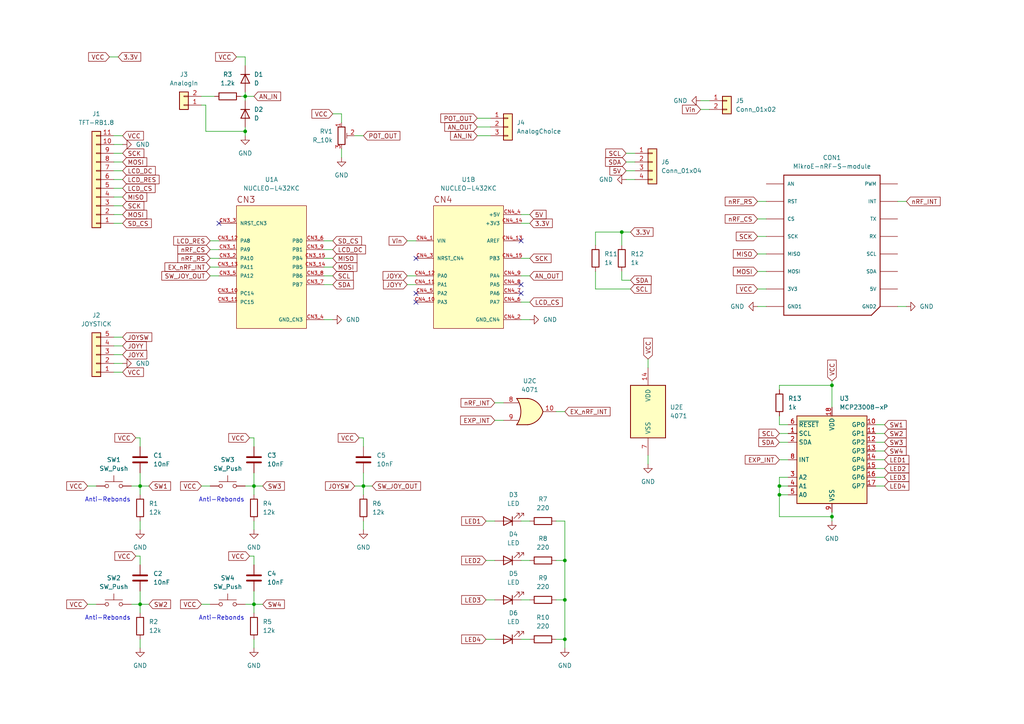
<source format=kicad_sch>
(kicad_sch (version 20231120) (generator "eeschema") (generator_version "8.0")
  (paper "A4")
  (lib_symbols
    (symbol "4xxx:4071" (pin_names (offset 1.016))
      (property "Reference" "U" (at 0 1.27 0))
      (property "Value" "4071" (at 0 -1.27 0))
      (symbol "4071_1_1"
        (pin input line (at -7.62 2.54 0) (length 4.318) (name "~") (number "1"))
        (pin input line (at -7.62 -2.54 0) (length 4.318) (name "~") (number "2"))
        (pin output line (at 7.62 0 180) (length 3.81) (name "~") (number "3"))
      )
      (symbol "4071_1_2"
        (pin input inverted (at -7.62 2.54 0) (length 3.81) (name "~") (number "1"))
        (pin input inverted (at -7.62 -2.54 0) (length 3.81) (name "~") (number "2"))
        (pin output inverted (at 7.62 0 180) (length 3.81) (name "~") (number "3"))
      )
      (symbol "4071_2_1"
        (pin output line (at 7.62 0 180) (length 3.81) (name "~") (number "4"))
        (pin input line (at -7.62 2.54 0) (length 4.318) (name "~") (number "5"))
        (pin input line (at -7.62 -2.54 0) (length 4.318) (name "~") (number "6"))
      )
      (symbol "4071_2_2"
        (pin output inverted (at 7.62 0 180) (length 3.81) (name "~") (number "4"))
        (pin input inverted (at -7.62 2.54 0) (length 3.81) (name "~") (number "5"))
        (pin input inverted (at -7.62 -2.54 0) (length 3.81) (name "~") (number "6"))
      )
      (symbol "4071_3_1"
        (pin output line (at 7.62 0 180) (length 3.81) (name "~") (number "10"))
        (pin input line (at -7.62 2.54 0) (length 4.318) (name "~") (number "8"))
        (pin input line (at -7.62 -2.54 0) (length 4.318) (name "~") (number "9"))
      )
      (symbol "4071_3_2"
        (pin output inverted (at 7.62 0 180) (length 3.81) (name "~") (number "10"))
        (pin input inverted (at -7.62 2.54 0) (length 3.81) (name "~") (number "8"))
        (pin input inverted (at -7.62 -2.54 0) (length 3.81) (name "~") (number "9"))
      )
      (symbol "4071_4_1"
        (pin output line (at 7.62 0 180) (length 3.81) (name "~") (number "11"))
        (pin input line (at -7.62 2.54 0) (length 4.318) (name "~") (number "12"))
        (pin input line (at -7.62 -2.54 0) (length 4.318) (name "~") (number "13"))
      )
      (symbol "4071_4_2"
        (pin output inverted (at 7.62 0 180) (length 3.81) (name "~") (number "11"))
        (pin input inverted (at -7.62 2.54 0) (length 3.81) (name "~") (number "12"))
        (pin input inverted (at -7.62 -2.54 0) (length 3.81) (name "~") (number "13"))
      )
      (symbol "4071_5_0"
        (pin power_in line (at 0 12.7 270) (length 5.08) (name "VDD") (number "14"))
        (pin power_in line (at 0 -12.7 90) (length 5.08) (name "VSS") (number "7"))
      )
    )
    (symbol "Conn_01x02_1" (pin_names (offset 1.016) hide)
      (property "Reference" "J" (at 0 2.54 0))
      (property "Value" "Conn_01x02" (at 0 -5.08 0))
      (symbol "Conn_01x02_1_1_1"
        (pin passive line (at -5.08 0 0) (length 3.81) (name "Pin_1") (number "1"))
        (pin passive line (at -5.08 -2.54 0) (length 3.81) (name "Pin_2") (number "2"))
      )
    )
    (symbol "Connector_Generic:Conn_01x02" (pin_names (offset 1.016) hide)
      (property "Reference" "J" (at 0 2.54 0))
      (property "Value" "Conn_01x02" (at 0 -5.08 0))
      (symbol "Conn_01x02_1_1"
        (pin passive line (at -5.08 0 0) (length 3.81) (name "Pin_1") (number "1"))
        (pin passive line (at -5.08 -2.54 0) (length 3.81) (name "Pin_2") (number "2"))
      )
    )
    (symbol "Connector_Generic:Conn_01x03" (pin_names (offset 1.016) hide)
      (property "Reference" "J" (at 0 5.08 0))
      (property "Value" "Conn_01x03" (at 0 -5.08 0))
      (symbol "Conn_01x03_1_1"
        (pin passive line (at -5.08 2.54 0) (length 3.81) (name "Pin_1") (number "1"))
        (pin passive line (at -5.08 0 0) (length 3.81) (name "Pin_2") (number "2"))
        (pin passive line (at -5.08 -2.54 0) (length 3.81) (name "Pin_3") (number "3"))
      )
    )
    (symbol "Connector_Generic:Conn_01x04" (pin_names (offset 1.016) hide)
      (property "Reference" "J" (at 0 5.08 0))
      (property "Value" "Conn_01x04" (at 0 -7.62 0))
      (symbol "Conn_01x04_1_1"
        (pin passive line (at -5.08 2.54 0) (length 3.81) (name "Pin_1") (number "1"))
        (pin passive line (at -5.08 0 0) (length 3.81) (name "Pin_2") (number "2"))
        (pin passive line (at -5.08 -2.54 0) (length 3.81) (name "Pin_3") (number "3"))
        (pin passive line (at -5.08 -5.08 0) (length 3.81) (name "Pin_4") (number "4"))
      )
    )
    (symbol "Connector_Generic:Conn_01x05" (pin_names (offset 1.016) hide)
      (property "Reference" "J" (at 0 7.62 0))
      (property "Value" "Conn_01x05" (at 0 -7.62 0))
      (symbol "Conn_01x05_1_1"
        (pin passive line (at -5.08 5.08 0) (length 3.81) (name "Pin_1") (number "1"))
        (pin passive line (at -5.08 2.54 0) (length 3.81) (name "Pin_2") (number "2"))
        (pin passive line (at -5.08 0 0) (length 3.81) (name "Pin_3") (number "3"))
        (pin passive line (at -5.08 -2.54 0) (length 3.81) (name "Pin_4") (number "4"))
        (pin passive line (at -5.08 -5.08 0) (length 3.81) (name "Pin_5") (number "5"))
      )
    )
    (symbol "Connector_Generic:Conn_01x11" (pin_names (offset 1.016) hide)
      (property "Reference" "J" (at 0 15.24 0))
      (property "Value" "Conn_01x11" (at 0 -15.24 0))
      (symbol "Conn_01x11_1_1"
        (pin passive line (at -5.08 12.7 0) (length 3.81) (name "Pin_1") (number "1"))
        (pin passive line (at -5.08 -10.16 0) (length 3.81) (name "Pin_10") (number "10"))
        (pin passive line (at -5.08 -12.7 0) (length 3.81) (name "Pin_11") (number "11"))
        (pin passive line (at -5.08 10.16 0) (length 3.81) (name "Pin_2") (number "2"))
        (pin passive line (at -5.08 7.62 0) (length 3.81) (name "Pin_3") (number "3"))
        (pin passive line (at -5.08 5.08 0) (length 3.81) (name "Pin_4") (number "4"))
        (pin passive line (at -5.08 2.54 0) (length 3.81) (name "Pin_5") (number "5"))
        (pin passive line (at -5.08 0 0) (length 3.81) (name "Pin_6") (number "6"))
        (pin passive line (at -5.08 -2.54 0) (length 3.81) (name "Pin_7") (number "7"))
        (pin passive line (at -5.08 -5.08 0) (length 3.81) (name "Pin_8") (number "8"))
        (pin passive line (at -5.08 -7.62 0) (length 3.81) (name "Pin_9") (number "9"))
      )
    )
    (symbol "Device:C" (pin_numbers hide) (pin_names (offset 0.254))
      (property "Reference" "C" (at 0.635 2.54 0))
      (property "Value" "C" (at 0.635 -2.54 0))
      (symbol "C_1_1"
        (pin passive line (at 0 3.81 270) (length 2.794) (name "~") (number "1"))
        (pin passive line (at 0 -3.81 90) (length 2.794) (name "~") (number "2"))
      )
    )
    (symbol "Device:D" (pin_numbers hide) (pin_names (offset 1.016) hide)
      (property "Reference" "D" (at 0 2.54 0))
      (property "Value" "D" (at 0 -2.54 0))
      (symbol "D_1_1"
        (pin passive line (at -3.81 0 0) (length 2.54) (name "K") (number "1"))
        (pin passive line (at 3.81 0 180) (length 2.54) (name "A") (number "2"))
      )
    )
    (symbol "Device:LED" (pin_numbers hide) (pin_names (offset 1.016) hide)
      (property "Reference" "D" (at 0 2.54 0))
      (property "Value" "LED" (at 0 -2.54 0))
      (symbol "LED_1_1"
        (pin passive line (at -3.81 0 0) (length 2.54) (name "K") (number "1"))
        (pin passive line (at 3.81 0 180) (length 2.54) (name "A") (number "2"))
      )
    )
    (symbol "Device:R" (pin_numbers hide) (pin_names (offset 0))
      (property "Reference" "R" (at 2.032 0 90))
      (property "Value" "R" (at 0 0 90))
      (symbol "R_1_1"
        (pin passive line (at 0 3.81 270) (length 1.27) (name "~") (number "1"))
        (pin passive line (at 0 -3.81 90) (length 1.27) (name "~") (number "2"))
      )
    )
    (symbol "Device:R_POT_TRIM" (pin_names (offset 1.016) hide)
      (property "Reference" "RV" (at -4.445 0 90))
      (property "Value" "R_POT_TRIM" (at -2.54 0 90))
      (symbol "R_POT_TRIM_1_1"
        (pin passive line (at 0 3.81 270) (length 1.27) (name "1") (number "1"))
        (pin passive line (at 3.81 0 180) (length 1.27) (name "2") (number "2"))
        (pin passive line (at 0 -3.81 90) (length 1.27) (name "3") (number "3"))
      )
    )
    (symbol "Interface_Expansion:MCP23008-xP"
      (property "Reference" "U" (at -8.89 13.97 0))
      (property "Value" "MCP23008-xP" (at 8.89 13.97 0))
      (symbol "MCP23008-xP_1_1"
        (pin input line (at -12.7 7.62 0) (length 2.54) (name "SCL") (number "1"))
        (pin bidirectional line (at 12.7 10.16 180) (length 2.54) (name "GP0") (number "10"))
        (pin bidirectional line (at 12.7 7.62 180) (length 2.54) (name "GP1") (number "11"))
        (pin bidirectional line (at 12.7 5.08 180) (length 2.54) (name "GP2") (number "12"))
        (pin bidirectional line (at 12.7 2.54 180) (length 2.54) (name "GP3") (number "13"))
        (pin bidirectional line (at 12.7 0 180) (length 2.54) (name "GP4") (number "14"))
        (pin bidirectional line (at 12.7 -2.54 180) (length 2.54) (name "GP5") (number "15"))
        (pin bidirectional line (at 12.7 -5.08 180) (length 2.54) (name "GP6") (number "16"))
        (pin bidirectional line (at 12.7 -7.62 180) (length 2.54) (name "GP7") (number "17"))
        (pin power_in line (at 0 15.24 270) (length 2.54) (name "VDD") (number "18"))
        (pin bidirectional line (at -12.7 5.08 0) (length 2.54) (name "SDA") (number "2"))
        (pin input line (at -12.7 -5.08 0) (length 2.54) (name "A2") (number "3"))
        (pin input line (at -12.7 -7.62 0) (length 2.54) (name "A1") (number "4"))
        (pin input line (at -12.7 -10.16 0) (length 2.54) (name "A0") (number "5"))
        (pin input line (at -12.7 10.16 0) (length 2.54) (name "~{RESET}") (number "6"))
        (pin no_connect line (at -10.16 -2.54 0) (length 2.54) hide (name "NC") (number "7"))
        (pin output line (at -12.7 0 0) (length 2.54) (name "INT") (number "8"))
        (pin power_in line (at 0 -15.24 90) (length 2.54) (name "VSS") (number "9"))
      )
    )
    (symbol "NUCLEO-L432KC:NUCLEO-L432KC" (pin_names (offset 1.016))
      (property "Reference" "U" (at -10.16 21.082 0))
      (property "Value" "NUCLEO-L432KC" (at -10.16 -20.32 0))
      (symbol "NUCLEO-L432KC_1_0"
        (text "CN3" (at -10.16 18.542 0) (effects (font (size 1.778 1.778)) (justify left bottom)))
        (pin bidirectional line (at -15.24 5.08 0) (length 5.08) (name "PA9") (number "CN3_1"))
        (pin bidirectional line (at -15.24 -7.62 0) (length 5.08) (name "PC14") (number "CN3_10"))
        (pin bidirectional line (at -15.24 -10.16 0) (length 5.08) (name "PC15") (number "CN3_11"))
        (pin bidirectional line (at -15.24 7.62 0) (length 5.08) (name "PA8") (number "CN3_12"))
        (pin bidirectional line (at -15.24 0 0) (length 5.08) (name "PA11") (number "CN3_13"))
        (pin bidirectional line (at 15.24 0 180) (length 5.08) (name "PB5") (number "CN3_14"))
        (pin bidirectional line (at 15.24 2.54 180) (length 5.08) (name "PB4") (number "CN3_15"))
        (pin bidirectional line (at -15.24 2.54 0) (length 5.08) (name "PA10") (number "CN3_2"))
        (pin bidirectional line (at -15.24 12.7 0) (length 5.08) (name "NRST_CN3") (number "CN3_3"))
        (pin power_in line (at 15.24 -15.24 180) (length 5.08) (name "GND_CN3") (number "CN3_4"))
        (pin bidirectional line (at -15.24 -2.54 0) (length 5.08) (name "PA12") (number "CN3_5"))
        (pin bidirectional line (at 15.24 7.62 180) (length 5.08) (name "PB0") (number "CN3_6"))
        (pin bidirectional line (at 15.24 -5.08 180) (length 5.08) (name "PB7") (number "CN3_7"))
        (pin bidirectional line (at 15.24 -2.54 180) (length 5.08) (name "PB6") (number "CN3_8"))
        (pin bidirectional line (at 15.24 5.08 180) (length 5.08) (name "PB1") (number "CN3_9"))
      )
      (symbol "NUCLEO-L432KC_2_0"
        (text "CN4" (at -10.16 18.542 0) (effects (font (size 1.778 1.778)) (justify left bottom)))
        (pin input line (at -15.24 7.62 0) (length 5.08) (name "VIN") (number "CN4_1"))
        (pin bidirectional line (at -15.24 -10.16 0) (length 5.08) (name "PA3") (number "CN4_10"))
        (pin bidirectional line (at -15.24 -5.08 0) (length 5.08) (name "PA1") (number "CN4_11"))
        (pin bidirectional line (at -15.24 -2.54 0) (length 5.08) (name "PA0") (number "CN4_12"))
        (pin bidirectional line (at 15.24 7.62 180) (length 5.08) (name "AREF") (number "CN4_13"))
        (pin power_in line (at 15.24 12.7 180) (length 5.08) (name "+3V3") (number "CN4_14"))
        (pin bidirectional line (at 15.24 2.54 180) (length 5.08) (name "PB3") (number "CN4_15"))
        (pin power_in line (at 15.24 -15.24 180) (length 5.08) (name "GND_CN4") (number "CN4_2"))
        (pin bidirectional line (at -15.24 2.54 0) (length 5.08) (name "NRST_CN4") (number "CN4_3"))
        (pin power_in line (at 15.24 15.24 180) (length 5.08) (name "+5V") (number "CN4_4"))
        (pin bidirectional line (at -15.24 -7.62 0) (length 5.08) (name "PA2") (number "CN4_5"))
        (pin bidirectional line (at 15.24 -10.16 180) (length 5.08) (name "PA7") (number "CN4_6"))
        (pin bidirectional line (at 15.24 -7.62 180) (length 5.08) (name "PA6") (number "CN4_7"))
        (pin bidirectional line (at 15.24 -5.08 180) (length 5.08) (name "PA5") (number "CN4_8"))
        (pin bidirectional line (at 15.24 -2.54 180) (length 5.08) (name "PA4") (number "CN4_9"))
      )
    )
    (symbol "Switch:SW_Push" (pin_numbers hide) (pin_names (offset 1.016) hide)
      (property "Reference" "SW" (at 1.27 2.54 0))
      (property "Value" "SW_Push" (at 0 -1.524 0))
      (symbol "SW_Push_0_1"
        (pin passive line (at -5.08 0 0) (length 2.54) (name "1") (number "1"))
        (pin passive line (at 5.08 0 180) (length 2.54) (name "2") (number "2"))
      )
    )
    (symbol "mikroBUS:MIKROBUS_MODULE_CONN" (pin_numbers hide) (pin_names (offset 1.016))
      (property "Reference" "CON" (at 10.16 38.1 0))
      (property "Value" "MIKROBUS_MODULE_CONN" (at 2.54 3.81 0))
      (symbol "MIKROBUS_MODULE_CONN_0_0"
        (pin bidirectional line (at -5.08 38.1 0) (length 5.08) (name "AN") (number "P1"))
        (pin power_in line (at 33.02 7.62 180) (length 5.08) (name "5V") (number "P10"))
        (pin bidirectional line (at 33.02 12.7 180) (length 5.08) (name "SDA") (number "P11"))
        (pin bidirectional line (at 33.02 17.78 180) (length 5.08) (name "SCL") (number "P12"))
        (pin bidirectional line (at 33.02 22.86 180) (length 5.08) (name "RX") (number "P13"))
        (pin bidirectional line (at 33.02 27.94 180) (length 5.08) (name "TX") (number "P14"))
        (pin bidirectional line (at 33.02 33.02 180) (length 5.08) (name "INT") (number "P15"))
        (pin bidirectional line (at 33.02 38.1 180) (length 5.08) (name "PWM") (number "P16"))
        (pin bidirectional line (at -5.08 33.02 0) (length 5.08) (name "RST") (number "P2"))
        (pin bidirectional line (at -5.08 27.94 0) (length 5.08) (name "CS") (number "P3"))
        (pin bidirectional line (at -5.08 22.86 0) (length 5.08) (name "SCK") (number "P4"))
        (pin bidirectional line (at -5.08 17.78 0) (length 5.08) (name "MISO") (number "P5"))
        (pin bidirectional line (at -5.08 12.7 0) (length 5.08) (name "MOSI") (number "P6"))
        (pin power_in line (at -5.08 7.62 0) (length 5.08) (name "3V3") (number "P7"))
        (pin bidirectional line (at -5.08 2.54 0) (length 5.08) (name "GND1") (number "P8"))
        (pin bidirectional line (at 33.02 2.54 180) (length 5.08) (name "GND2") (number "P9"))
      )
    )
    (symbol "power:GND" (power) (pin_names (offset 0))
      (property "Value" "GND" (at 0 -3.81 0))
      (symbol "GND_1_1"
        (pin power_in line (at 0 0 270) (length 0) hide (name "GND") (number "1"))
      )
    )
  )
  (junction (at 163.83 185.42))
  (junction (at 163.83 173.99))
  (junction (at 241.3 149.86))
  (junction (at 71.12 27.94))
  (junction (at 180.34 67.31))
  (junction (at 105.41 140.97))
  (junction (at 71.12 38.1))
  (junction (at 241.3 111.76))
  (junction (at 73.66 140.97))
  (junction (at 73.66 175.26))
  (junction (at 40.64 140.97))
  (junction (at 226.06 143.51))
  (junction (at 40.64 175.26))
  (junction (at 226.06 140.97))
  (junction (at 163.83 162.56))
  (no_connect (at 151.13 69.85))
  (no_connect (at 120.65 74.93))
  (no_connect (at 120.65 85.09))
  (no_connect (at 151.13 85.09))
  (no_connect (at 151.13 82.55))
  (no_connect (at 120.65 87.63))
  (no_connect (at 63.5 64.77))
  (wire (pts (xy 59.69 38.1) (xy 59.69 30.48)))
  (wire (pts (xy 219.71 88.9) (xy 222.25 88.9)))
  (wire (pts (xy 60.96 77.47) (xy 63.5 77.47)))
  (wire (pts (xy 219.71 63.5) (xy 222.25 63.5)))
  (wire (pts (xy 140.97 151.13) (xy 143.51 151.13)))
  (wire (pts (xy 60.96 72.39) (xy 63.5 72.39)))
  (wire (pts (xy 73.66 137.16) (xy 73.66 140.97)))
  (wire (pts (xy 71.12 27.94) (xy 73.66 27.94)))
  (wire (pts (xy 40.64 161.29) (xy 40.64 163.83)))
  (wire (pts (xy 254 125.73) (xy 256.54 125.73)))
  (wire (pts (xy 226.06 111.76) (xy 241.3 111.76)))
  (wire (pts (xy 118.11 80.01) (xy 120.65 80.01)))
  (wire (pts (xy 138.43 39.37) (xy 142.24 39.37)))
  (wire (pts (xy 71.12 38.1) (xy 71.12 39.37)))
  (wire (pts (xy 25.4 140.97) (xy 27.94 140.97)))
  (wire (pts (xy 38.1 140.97) (xy 40.64 140.97)))
  (wire (pts (xy 181.61 49.53) (xy 184.15 49.53)))
  (wire (pts (xy 203.2 29.21) (xy 205.74 29.21)))
  (wire (pts (xy 151.13 151.13) (xy 153.67 151.13)))
  (wire (pts (xy 40.64 171.45) (xy 40.64 175.26)))
  (wire (pts (xy 60.96 74.93) (xy 63.5 74.93)))
  (wire (pts (xy 71.12 38.1) (xy 59.69 38.1)))
  (wire (pts (xy 203.2 31.75) (xy 205.74 31.75)))
  (wire (pts (xy 228.6 123.19) (xy 226.06 123.19)))
  (wire (pts (xy 187.96 104.14) (xy 187.96 106.68)))
  (wire (pts (xy 226.06 128.27) (xy 228.6 128.27)))
  (wire (pts (xy 241.3 111.76) (xy 241.3 110.49)))
  (wire (pts (xy 182.88 83.82) (xy 172.72 83.82)))
  (wire (pts (xy 181.61 52.07) (xy 184.15 52.07)))
  (wire (pts (xy 33.02 57.15) (xy 35.56 57.15)))
  (wire (pts (xy 138.43 34.29) (xy 142.24 34.29)))
  (wire (pts (xy 102.87 140.97) (xy 105.41 140.97)))
  (wire (pts (xy 228.6 138.43) (xy 226.06 138.43)))
  (wire (pts (xy 161.29 151.13) (xy 163.83 151.13)))
  (wire (pts (xy 105.41 137.16) (xy 105.41 140.97)))
  (wire (pts (xy 254 123.19) (xy 256.54 123.19)))
  (wire (pts (xy 181.61 46.99) (xy 184.15 46.99)))
  (wire (pts (xy 40.64 175.26) (xy 40.64 177.8)))
  (wire (pts (xy 226.06 143.51) (xy 228.6 143.51)))
  (wire (pts (xy 140.97 173.99) (xy 143.51 173.99)))
  (wire (pts (xy 151.13 173.99) (xy 153.67 173.99)))
  (wire (pts (xy 33.02 39.37) (xy 35.56 39.37)))
  (wire (pts (xy 33.02 41.91) (xy 35.56 41.91)))
  (wire (pts (xy 143.51 121.92) (xy 146.05 121.92)))
  (wire (pts (xy 73.66 153.67) (xy 73.66 151.13)))
  (wire (pts (xy 138.43 36.83) (xy 142.24 36.83)))
  (wire (pts (xy 33.02 107.95) (xy 35.56 107.95)))
  (wire (pts (xy 226.06 149.86) (xy 241.3 149.86)))
  (wire (pts (xy 71.12 175.26) (xy 73.66 175.26)))
  (wire (pts (xy 60.96 80.01) (xy 63.5 80.01)))
  (wire (pts (xy 180.34 81.28) (xy 180.34 78.74)))
  (wire (pts (xy 254 138.43) (xy 256.54 138.43)))
  (wire (pts (xy 33.02 54.61) (xy 35.56 54.61)))
  (wire (pts (xy 180.34 67.31) (xy 180.34 71.12)))
  (wire (pts (xy 25.4 175.26) (xy 27.94 175.26)))
  (wire (pts (xy 226.06 140.97) (xy 228.6 140.97)))
  (wire (pts (xy 151.13 185.42) (xy 153.67 185.42)))
  (wire (pts (xy 58.42 175.26) (xy 60.96 175.26)))
  (wire (pts (xy 241.3 111.76) (xy 241.3 118.11)))
  (wire (pts (xy 254 133.35) (xy 256.54 133.35)))
  (wire (pts (xy 93.98 74.93) (xy 96.52 74.93)))
  (wire (pts (xy 71.12 19.05) (xy 71.12 16.51)))
  (wire (pts (xy 69.85 27.94) (xy 71.12 27.94)))
  (wire (pts (xy 72.39 161.29) (xy 73.66 161.29)))
  (wire (pts (xy 73.66 127) (xy 73.66 129.54)))
  (wire (pts (xy 33.02 46.99) (xy 35.56 46.99)))
  (wire (pts (xy 71.12 27.94) (xy 71.12 26.67)))
  (wire (pts (xy 33.02 52.07) (xy 35.56 52.07)))
  (wire (pts (xy 58.42 27.94) (xy 62.23 27.94)))
  (wire (pts (xy 181.61 44.45) (xy 184.15 44.45)))
  (wire (pts (xy 73.66 187.96) (xy 73.66 185.42)))
  (wire (pts (xy 226.06 125.73) (xy 228.6 125.73)))
  (wire (pts (xy 40.64 140.97) (xy 43.18 140.97)))
  (wire (pts (xy 226.06 123.19) (xy 226.06 120.65)))
  (wire (pts (xy 105.41 140.97) (xy 105.41 143.51)))
  (wire (pts (xy 226.06 133.35) (xy 228.6 133.35)))
  (wire (pts (xy 143.51 116.84) (xy 146.05 116.84)))
  (wire (pts (xy 172.72 71.12) (xy 172.72 67.31)))
  (wire (pts (xy 40.64 127) (xy 40.64 129.54)))
  (wire (pts (xy 33.02 97.79) (xy 35.56 97.79)))
  (wire (pts (xy 140.97 162.56) (xy 143.51 162.56)))
  (wire (pts (xy 71.12 16.51) (xy 68.58 16.51)))
  (wire (pts (xy 40.64 175.26) (xy 43.18 175.26)))
  (wire (pts (xy 151.13 80.01) (xy 153.67 80.01)))
  (wire (pts (xy 40.64 187.96) (xy 40.64 185.42)))
  (wire (pts (xy 254 135.89) (xy 256.54 135.89)))
  (wire (pts (xy 33.02 102.87) (xy 35.56 102.87)))
  (wire (pts (xy 172.72 83.82) (xy 172.72 78.74)))
  (wire (pts (xy 73.66 175.26) (xy 73.66 177.8)))
  (wire (pts (xy 226.06 138.43) (xy 226.06 140.97)))
  (wire (pts (xy 33.02 100.33) (xy 35.56 100.33)))
  (wire (pts (xy 33.02 44.45) (xy 35.56 44.45)))
  (wire (pts (xy 226.06 143.51) (xy 226.06 149.86)))
  (wire (pts (xy 151.13 162.56) (xy 153.67 162.56)))
  (wire (pts (xy 226.06 140.97) (xy 226.06 143.51)))
  (wire (pts (xy 39.37 127) (xy 40.64 127)))
  (wire (pts (xy 40.64 153.67) (xy 40.64 151.13)))
  (wire (pts (xy 151.13 74.93) (xy 153.67 74.93)))
  (wire (pts (xy 93.98 77.47) (xy 96.52 77.47)))
  (wire (pts (xy 219.71 73.66) (xy 222.25 73.66)))
  (wire (pts (xy 260.35 58.42) (xy 262.89 58.42)))
  (wire (pts (xy 151.13 64.77) (xy 153.67 64.77)))
  (wire (pts (xy 118.11 82.55) (xy 120.65 82.55)))
  (wire (pts (xy 226.06 113.03) (xy 226.06 111.76)))
  (wire (pts (xy 39.37 161.29) (xy 40.64 161.29)))
  (wire (pts (xy 72.39 127) (xy 73.66 127)))
  (wire (pts (xy 254 130.81) (xy 256.54 130.81)))
  (wire (pts (xy 105.41 153.67) (xy 105.41 151.13)))
  (wire (pts (xy 161.29 185.42) (xy 163.83 185.42)))
  (wire (pts (xy 187.96 132.08) (xy 187.96 134.62)))
  (wire (pts (xy 33.02 59.69) (xy 35.56 59.69)))
  (wire (pts (xy 40.64 137.16) (xy 40.64 140.97)))
  (wire (pts (xy 241.3 148.59) (xy 241.3 149.86)))
  (wire (pts (xy 58.42 140.97) (xy 60.96 140.97)))
  (wire (pts (xy 163.83 173.99) (xy 163.83 185.42)))
  (wire (pts (xy 140.97 185.42) (xy 143.51 185.42)))
  (wire (pts (xy 93.98 92.71) (xy 96.52 92.71)))
  (wire (pts (xy 38.1 175.26) (xy 40.64 175.26)))
  (wire (pts (xy 60.96 69.85) (xy 63.5 69.85)))
  (wire (pts (xy 73.66 161.29) (xy 73.66 163.83)))
  (wire (pts (xy 40.64 140.97) (xy 40.64 143.51)))
  (wire (pts (xy 151.13 87.63) (xy 153.67 87.63)))
  (wire (pts (xy 99.06 33.02) (xy 99.06 35.56)))
  (wire (pts (xy 33.02 64.77) (xy 35.56 64.77)))
  (wire (pts (xy 33.02 105.41) (xy 35.56 105.41)))
  (wire (pts (xy 161.29 119.38) (xy 163.83 119.38)))
  (wire (pts (xy 99.06 43.18) (xy 99.06 45.72)))
  (wire (pts (xy 219.71 58.42) (xy 222.25 58.42)))
  (wire (pts (xy 151.13 92.71) (xy 153.67 92.71)))
  (wire (pts (xy 71.12 36.83) (xy 71.12 38.1)))
  (wire (pts (xy 163.83 151.13) (xy 163.83 162.56)))
  (wire (pts (xy 33.02 49.53) (xy 35.56 49.53)))
  (wire (pts (xy 73.66 175.26) (xy 76.2 175.26)))
  (wire (pts (xy 254 140.97) (xy 256.54 140.97)))
  (wire (pts (xy 161.29 162.56) (xy 163.83 162.56)))
  (wire (pts (xy 241.3 149.86) (xy 241.3 151.13)))
  (wire (pts (xy 219.71 83.82) (xy 222.25 83.82)))
  (wire (pts (xy 163.83 185.42) (xy 163.83 187.96)))
  (wire (pts (xy 151.13 62.23) (xy 153.67 62.23)))
  (wire (pts (xy 104.14 127) (xy 105.41 127)))
  (wire (pts (xy 163.83 162.56) (xy 163.83 173.99)))
  (wire (pts (xy 105.41 127) (xy 105.41 129.54)))
  (wire (pts (xy 93.98 80.01) (xy 96.52 80.01)))
  (wire (pts (xy 93.98 82.55) (xy 96.52 82.55)))
  (wire (pts (xy 260.35 88.9) (xy 262.89 88.9)))
  (wire (pts (xy 73.66 171.45) (xy 73.66 175.26)))
  (wire (pts (xy 73.66 140.97) (xy 76.2 140.97)))
  (wire (pts (xy 33.02 62.23) (xy 35.56 62.23)))
  (wire (pts (xy 105.41 140.97) (xy 107.95 140.97)))
  (wire (pts (xy 172.72 67.31) (xy 180.34 67.31)))
  (wire (pts (xy 71.12 140.97) (xy 73.66 140.97)))
  (wire (pts (xy 31.75 16.51) (xy 34.29 16.51)))
  (wire (pts (xy 59.69 30.48) (xy 58.42 30.48)))
  (wire (pts (xy 96.52 33.02) (xy 99.06 33.02)))
  (wire (pts (xy 73.66 140.97) (xy 73.66 143.51)))
  (wire (pts (xy 182.88 67.31) (xy 180.34 67.31)))
  (wire (pts (xy 118.11 69.85) (xy 120.65 69.85)))
  (wire (pts (xy 93.98 69.85) (xy 96.52 69.85)))
  (wire (pts (xy 93.98 72.39) (xy 96.52 72.39)))
  (wire (pts (xy 254 128.27) (xy 256.54 128.27)))
  (wire (pts (xy 102.87 39.37) (xy 105.41 39.37)))
  (wire (pts (xy 182.88 81.28) (xy 180.34 81.28)))
  (wire (pts (xy 219.71 78.74) (xy 222.25 78.74)))
  (wire (pts (xy 161.29 173.99) (xy 163.83 173.99)))
  (wire (pts (xy 71.12 27.94) (xy 71.12 29.21)))
  (wire (pts (xy 219.71 68.58) (xy 222.25 68.58)))
  (text "Anti-Rebonds" (at 64.262 179.324 0) (effects (font (size 1.27 1.27))))
  (text "Anti-Rebonds" (at 64.262 145.034 0) (effects (font (size 1.27 1.27))))
  (text "Anti-Rebonds" (at 31.242 179.324 0) (effects (font (size 1.27 1.27))))
  (text "Anti-Rebonds" (at 31.242 145.034 0) (effects (font (size 1.27 1.27))))
  (global_label "SW2" (shape input) (at 256.54 125.73 0) (property "Intersheetrefs" "${INTERSHEET_REFS}" (effects (hide yes))))
  (global_label "SCL" (shape input) (at 181.61 44.45 180) (property "Intersheetrefs" "${INTERSHEET_REFS}" (effects (hide yes))))
  (global_label "SCL" (shape input) (at 182.88 83.82 0) (property "Intersheetrefs" "${INTERSHEET_REFS}" (effects (hide yes))))
  (global_label "SW_JOY_OUT" (shape input) (at 107.95 140.97 0) (property "Intersheetrefs" "${INTERSHEET_REFS}" (effects (hide yes))))
  (global_label "LED2" (shape input) (at 140.97 162.56 180) (property "Intersheetrefs" "${INTERSHEET_REFS}" (effects (hide yes))))
  (global_label "nRF_RS" (shape input) (at 60.96 74.93 180) (property "Intersheetrefs" "${INTERSHEET_REFS}" (effects (hide yes))))
  (global_label "MISO" (shape input) (at 219.71 73.66 180) (property "Intersheetrefs" "${INTERSHEET_REFS}" (effects (hide yes))))
  (global_label "MISO" (shape input) (at 35.56 57.15 0) (property "Intersheetrefs" "${INTERSHEET_REFS}" (effects (hide yes))))
  (global_label "SCK" (shape input) (at 153.67 74.93 0) (property "Intersheetrefs" "${INTERSHEET_REFS}" (effects (hide yes))))
  (global_label "VCC" (shape input) (at 39.37 127 180) (property "Intersheetrefs" "${INTERSHEET_REFS}" (effects (hide yes))))
  (global_label "SW1" (shape input) (at 43.18 140.97 0) (property "Intersheetrefs" "${INTERSHEET_REFS}" (effects (hide yes))))
  (global_label "VCC" (shape input) (at 31.75 16.51 180) (property "Intersheetrefs" "${INTERSHEET_REFS}" (effects (hide yes))))
  (global_label "MOSI" (shape input) (at 219.71 78.74 180) (property "Intersheetrefs" "${INTERSHEET_REFS}" (effects (hide yes))))
  (global_label "SCK" (shape input) (at 35.56 59.69 0) (property "Intersheetrefs" "${INTERSHEET_REFS}" (effects (hide yes))))
  (global_label "SW4" (shape input) (at 256.54 130.81 0) (property "Intersheetrefs" "${INTERSHEET_REFS}" (effects (hide yes))))
  (global_label "LCD_DC" (shape input) (at 35.56 49.53 0) (property "Intersheetrefs" "${INTERSHEET_REFS}" (effects (hide yes))))
  (global_label "VCC" (shape input) (at 58.42 140.97 180) (property "Intersheetrefs" "${INTERSHEET_REFS}" (effects (hide yes))))
  (global_label "LCD_RES" (shape input) (at 35.56 52.07 0) (property "Intersheetrefs" "${INTERSHEET_REFS}" (effects (hide yes))))
  (global_label "SW3" (shape input) (at 256.54 128.27 0) (property "Intersheetrefs" "${INTERSHEET_REFS}" (effects (hide yes))))
  (global_label "MISO" (shape input) (at 96.52 74.93 0) (property "Intersheetrefs" "${INTERSHEET_REFS}" (effects (hide yes))))
  (global_label "SW1" (shape input) (at 256.54 123.19 0) (property "Intersheetrefs" "${INTERSHEET_REFS}" (effects (hide yes))))
  (global_label "Vin" (shape input) (at 118.11 69.85 180) (property "Intersheetrefs" "${INTERSHEET_REFS}" (effects (hide yes))))
  (global_label "LED4" (shape input) (at 140.97 185.42 180) (property "Intersheetrefs" "${INTERSHEET_REFS}" (effects (hide yes))))
  (global_label "MOSI" (shape input) (at 35.56 46.99 0) (property "Intersheetrefs" "${INTERSHEET_REFS}" (effects (hide yes))))
  (global_label "SDA" (shape input) (at 96.52 82.55 0) (property "Intersheetrefs" "${INTERSHEET_REFS}" (effects (hide yes))))
  (global_label "LED1" (shape input) (at 140.97 151.13 180) (property "Intersheetrefs" "${INTERSHEET_REFS}" (effects (hide yes))))
  (global_label "SCK" (shape input) (at 35.56 44.45 0) (property "Intersheetrefs" "${INTERSHEET_REFS}" (effects (hide yes))))
  (global_label "POT_OUT" (shape input) (at 105.41 39.37 0) (property "Intersheetrefs" "${INTERSHEET_REFS}" (effects (hide yes))))
  (global_label "SD_CS" (shape input) (at 35.56 64.77 0) (property "Intersheetrefs" "${INTERSHEET_REFS}" (effects (hide yes))))
  (global_label "LED1" (shape input) (at 256.54 133.35 0) (property "Intersheetrefs" "${INTERSHEET_REFS}" (effects (hide yes))))
  (global_label "VCC" (shape input) (at 219.71 83.82 180) (property "Intersheetrefs" "${INTERSHEET_REFS}" (effects (hide yes))))
  (global_label "VCC" (shape input) (at 39.37 161.29 180) (property "Intersheetrefs" "${INTERSHEET_REFS}" (effects (hide yes))))
  (global_label "nRF_CS" (shape input) (at 219.71 63.5 180) (property "Intersheetrefs" "${INTERSHEET_REFS}" (effects (hide yes))))
  (global_label "VCC" (shape input) (at 58.42 175.26 180) (property "Intersheetrefs" "${INTERSHEET_REFS}" (effects (hide yes))))
  (global_label "VCC" (shape input) (at 25.4 175.26 180) (property "Intersheetrefs" "${INTERSHEET_REFS}" (effects (hide yes))))
  (global_label "VCC" (shape input) (at 35.56 107.95 0) (property "Intersheetrefs" "${INTERSHEET_REFS}" (effects (hide yes))))
  (global_label "SDA" (shape input) (at 181.61 46.99 180) (property "Intersheetrefs" "${INTERSHEET_REFS}" (effects (hide yes))))
  (global_label "SW2" (shape input) (at 43.18 175.26 0) (property "Intersheetrefs" "${INTERSHEET_REFS}" (effects (hide yes))))
  (global_label "3.3V" (shape input) (at 153.67 64.77 0) (property "Intersheetrefs" "${INTERSHEET_REFS}" (effects (hide yes))))
  (global_label "LCD_CS" (shape input) (at 35.56 54.61 0) (property "Intersheetrefs" "${INTERSHEET_REFS}" (effects (hide yes))))
  (global_label "LED3" (shape input) (at 140.97 173.99 180) (property "Intersheetrefs" "${INTERSHEET_REFS}" (effects (hide yes))))
  (global_label "JOYSW" (shape input) (at 102.87 140.97 180) (property "Intersheetrefs" "${INTERSHEET_REFS}" (effects (hide yes))))
  (global_label "VCC" (shape input) (at 104.14 127 180) (property "Intersheetrefs" "${INTERSHEET_REFS}" (effects (hide yes))))
  (global_label "JOYY" (shape input) (at 118.11 82.55 180) (property "Intersheetrefs" "${INTERSHEET_REFS}" (effects (hide yes))))
  (global_label "AN_IN" (shape input) (at 73.66 27.94 0) (property "Intersheetrefs" "${INTERSHEET_REFS}" (effects (hide yes))))
  (global_label "AN_OUT" (shape input) (at 153.67 80.01 0) (property "Intersheetrefs" "${INTERSHEET_REFS}" (effects (hide yes))))
  (global_label "LED4" (shape input) (at 256.54 140.97 0) (property "Intersheetrefs" "${INTERSHEET_REFS}" (effects (hide yes))))
  (global_label "LED3" (shape input) (at 256.54 138.43 0) (property "Intersheetrefs" "${INTERSHEET_REFS}" (effects (hide yes))))
  (global_label "VCC" (shape input) (at 35.56 39.37 0) (property "Intersheetrefs" "${INTERSHEET_REFS}" (effects (hide yes))))
  (global_label "MOSI" (shape input) (at 96.52 77.47 0) (property "Intersheetrefs" "${INTERSHEET_REFS}" (effects (hide yes))))
  (global_label "nRF_INT" (shape input) (at 262.89 58.42 0) (property "Intersheetrefs" "${INTERSHEET_REFS}" (effects (hide yes))))
  (global_label "AN_OUT" (shape input) (at 138.43 36.83 180) (property "Intersheetrefs" "${INTERSHEET_REFS}" (effects (hide yes))))
  (global_label "SCK" (shape input) (at 219.71 68.58 180) (property "Intersheetrefs" "${INTERSHEET_REFS}" (effects (hide yes))))
  (global_label "5V" (shape input) (at 181.61 49.53 180) (property "Intersheetrefs" "${INTERSHEET_REFS}" (effects (hide yes))))
  (global_label "EX_nRF_INT" (shape input) (at 60.96 77.47 180) (property "Intersheetrefs" "${INTERSHEET_REFS}" (effects (hide yes))))
  (global_label "LED2" (shape input) (at 256.54 135.89 0) (property "Intersheetrefs" "${INTERSHEET_REFS}" (effects (hide yes))))
  (global_label "Vin" (shape input) (at 203.2 31.75 180) (property "Intersheetrefs" "${INTERSHEET_REFS}" (effects (hide yes))))
  (global_label "VCC" (shape input) (at 68.58 16.51 180) (property "Intersheetrefs" "${INTERSHEET_REFS}" (effects (hide yes))))
  (global_label "JOYY" (shape input) (at 35.56 100.33 0) (property "Intersheetrefs" "${INTERSHEET_REFS}" (effects (hide yes))))
  (global_label "5V" (shape input) (at 153.67 62.23 0) (property "Intersheetrefs" "${INTERSHEET_REFS}" (effects (hide yes))))
  (global_label "SCL" (shape input) (at 226.06 125.73 180) (property "Intersheetrefs" "${INTERSHEET_REFS}" (effects (hide yes))))
  (global_label "3.3V" (shape input) (at 182.88 67.31 0) (property "Intersheetrefs" "${INTERSHEET_REFS}" (effects (hide yes))))
  (global_label "SCL" (shape input) (at 96.52 80.01 0) (property "Intersheetrefs" "${INTERSHEET_REFS}" (effects (hide yes))))
  (global_label "LCD_RES" (shape input) (at 60.96 69.85 180) (property "Intersheetrefs" "${INTERSHEET_REFS}" (effects (hide yes))))
  (global_label "EXP_INT" (shape input) (at 226.06 133.35 180) (property "Intersheetrefs" "${INTERSHEET_REFS}" (effects (hide yes))))
  (global_label "SW_JOY_OUT" (shape input) (at 60.96 80.01 180) (property "Intersheetrefs" "${INTERSHEET_REFS}" (effects (hide yes))))
  (global_label "JOYX" (shape input) (at 35.56 102.87 0) (property "Intersheetrefs" "${INTERSHEET_REFS}" (effects (hide yes))))
  (global_label "SW3" (shape input) (at 76.2 140.97 0) (property "Intersheetrefs" "${INTERSHEET_REFS}" (effects (hide yes))))
  (global_label "nRF_CS" (shape input) (at 60.96 72.39 180) (property "Intersheetrefs" "${INTERSHEET_REFS}" (effects (hide yes))))
  (global_label "AN_IN" (shape input) (at 138.43 39.37 180) (property "Intersheetrefs" "${INTERSHEET_REFS}" (effects (hide yes))))
  (global_label "VCC" (shape input) (at 187.96 104.14 90) (property "Intersheetrefs" "${INTERSHEET_REFS}" (effects (hide yes))))
  (global_label "POT_OUT" (shape input) (at 138.43 34.29 180) (property "Intersheetrefs" "${INTERSHEET_REFS}" (effects (hide yes))))
  (global_label "EXP_INT" (shape input) (at 143.51 121.92 180) (property "Intersheetrefs" "${INTERSHEET_REFS}" (effects (hide yes))))
  (global_label "LCD_CS" (shape input) (at 153.67 87.63 0) (property "Intersheetrefs" "${INTERSHEET_REFS}" (effects (hide yes))))
  (global_label "EX_nRF_INT" (shape input) (at 163.83 119.38 0) (property "Intersheetrefs" "${INTERSHEET_REFS}" (effects (hide yes))))
  (global_label "JOYX" (shape input) (at 118.11 80.01 180) (property "Intersheetrefs" "${INTERSHEET_REFS}" (effects (hide yes))))
  (global_label "SDA" (shape input) (at 226.06 128.27 180) (property "Intersheetrefs" "${INTERSHEET_REFS}" (effects (hide yes))))
  (global_label "nRF_RS" (shape input) (at 219.71 58.42 180) (property "Intersheetrefs" "${INTERSHEET_REFS}" (effects (hide yes))))
  (global_label "SD_CS" (shape input) (at 96.52 69.85 0) (property "Intersheetrefs" "${INTERSHEET_REFS}" (effects (hide yes))))
  (global_label "VCC" (shape input) (at 72.39 127 180) (property "Intersheetrefs" "${INTERSHEET_REFS}" (effects (hide yes))))
  (global_label "SDA" (shape input) (at 182.88 81.28 0) (property "Intersheetrefs" "${INTERSHEET_REFS}" (effects (hide yes))))
  (global_label "SW4" (shape input) (at 76.2 175.26 0) (property "Intersheetrefs" "${INTERSHEET_REFS}" (effects (hide yes))))
  (global_label "JOYSW" (shape input) (at 35.56 97.79 0) (property "Intersheetrefs" "${INTERSHEET_REFS}" (effects (hide yes))))
  (global_label "VCC" (shape input) (at 72.39 161.29 180) (property "Intersheetrefs" "${INTERSHEET_REFS}" (effects (hide yes))))
  (global_label "3.3V" (shape input) (at 34.29 16.51 0) (property "Intersheetrefs" "${INTERSHEET_REFS}" (effects (hide yes))))
  (global_label "VCC" (shape input) (at 241.3 110.49 90) (property "Intersheetrefs" "${INTERSHEET_REFS}" (effects (hide yes))))
  (global_label "nRF_INT" (shape input) (at 143.51 116.84 180) (property "Intersheetrefs" "${INTERSHEET_REFS}" (effects (hide yes))))
  (global_label "VCC" (shape input) (at 25.4 140.97 180) (property "Intersheetrefs" "${INTERSHEET_REFS}" (effects (hide yes))))
  (global_label "MOSI" (shape input) (at 35.56 62.23 0) (property "Intersheetrefs" "${INTERSHEET_REFS}" (effects (hide yes))))
  (global_label "VCC" (shape input) (at 96.52 33.02 180) (property "Intersheetrefs" "${INTERSHEET_REFS}" (effects (hide yes))))
  (global_label "LCD_DC" (shape input) (at 96.52 72.39 0) (property "Intersheetrefs" "${INTERSHEET_REFS}" (effects (hide yes))))
  (symbol (lib_id "Switch:SW_Push") (at 33.02 175.26 0) (unit 1)
    (property "Reference" "SW2" (at 33.02 167.64 0))
    (property "Value" "SW_Push" (at 33.02 170.18 0))
    (property "Footprint" "LEnsE_devices:Switch" (effects (hide yes)))
    (property "Description" "Push button switch, generic, two pins" (effects (hide yes)))
  )
  (symbol (lib_id "Connector_Generic:Conn_01x03") (at 147.32 36.83 0) (unit 1)
    (property "Reference" "J4" (at 149.86 35.5599 0) (effects (justify left)))
    (property "Value" "AnalogChoice" (at 149.86 38.0999 0) (effects (justify left)))
    (property "Footprint" "Connector_PinHeader_2.54mm:PinHeader_1x03_P2.54mm_Horizontal" (effects (hide yes)))
    (property "Description" "Generic connector, single row, 01x03, script generated (kicad-library-utils/schlib/autogen/connector/)" (effects (hide yes)))
  )
  (symbol (lib_id "NUCLEO-L432KC:NUCLEO-L432KC") (at 135.89 77.47 0) (unit 2)
    (property "Reference" "U1" (at 135.89 52.07 0))
    (property "Value" "NUCLEO-L432KC" (at 135.89 54.61 0))
    (property "Footprint" "NUCLEO_L432KC:MODULE_NUCLEO-L432KC" (effects (hide yes)))
    (property "PARTREV" "N/A" (effects (hide yes)))
    (property "STANDARD" "Manufacturer Recommendations" (effects (hide yes)))
    (property "MAXIMUM_PACKAGE_HEIGHT" "N/A" (effects (hide yes)))
    (property "MANUFACTURER" "ST Microelectronics" (effects (hide yes)))
  )
  (symbol (lib_id "power:GND") (at 96.52 92.71 90) (unit 1)
    (property "Reference" "#PWR08" (effects (hide yes)))
    (property "Value" "GND" (at 100.33 92.7099 90) (effects (justify right)))
    (property "Description" "Power symbol creates a global label with name \"GND\" , ground" (effects (hide yes)))
  )
  (symbol (lib_id "power:GND") (at 40.64 187.96 0) (unit 1)
    (property "Reference" "#PWR04" (effects (hide yes)))
    (property "Value" "GND" (at 40.64 193.04 0))
    (property "Description" "Power symbol creates a global label with name \"GND\" , ground" (effects (hide yes)))
  )
  (symbol (lib_id "Device:R") (at 73.66 147.32 0) (unit 1)
    (property "Reference" "R4" (at 76.2 146.0499 0) (effects (justify left)))
    (property "Value" "12k" (at 76.2 148.5899 0) (effects (justify left)))
    (property "Footprint" "Resistor_THT:R_Axial_DIN0207_L6.3mm_D2.5mm_P10.16mm_Horizontal" (effects (hide yes)))
    (property "Description" "Resistor" (effects (hide yes)))
  )
  (symbol (lib_id "power:GND") (at 203.2 29.21 270) (unit 1)
    (property "Reference" "#PWR017" (effects (hide yes)))
    (property "Value" "GND" (at 199.39 29.2099 90) (effects (justify right)))
    (property "Description" "Power symbol creates a global label with name \"GND\" , ground" (effects (hide yes)))
  )
  (symbol (lib_id "Device:R_POT_TRIM") (at 99.06 39.37 0) (unit 1)
    (property "Reference" "RV1" (at 96.52 38.0999 0) (effects (justify right)))
    (property "Value" "R_10k" (at 96.52 40.6399 0) (effects (justify right)))
    (property "Footprint" "Potentiometer_THT:Potentiometer_Vishay_T73YP_Vertical" (effects (hide yes)))
    (property "Description" "Trim-potentiometer" (effects (hide yes)))
  )
  (symbol (lib_id "Device:C") (at 40.64 167.64 0) (unit 1)
    (property "Reference" "C2" (at 44.45 166.3699 0) (effects (justify left)))
    (property "Value" "10nF" (at 44.45 168.9099 0) (effects (justify left)))
    (property "Footprint" "Capacitor_THT:C_Rect_L7.0mm_W3.5mm_P5.00mm" (effects (hide yes)))
    (property "Description" "Unpolarized capacitor" (effects (hide yes)))
  )
  (symbol (lib_id "power:GND") (at 99.06 45.72 0) (unit 1)
    (property "Reference" "#PWR09" (effects (hide yes)))
    (property "Value" "GND" (at 99.06 50.8 0))
    (property "Description" "Power symbol creates a global label with name \"GND\" , ground" (effects (hide yes)))
  )
  (symbol (lib_id "power:GND") (at 153.67 92.71 90) (unit 1)
    (property "Reference" "#PWR011" (effects (hide yes)))
    (property "Value" "GND" (at 157.48 92.7099 90) (effects (justify right)))
    (property "Description" "Power symbol creates a global label with name \"GND\" , ground" (effects (hide yes)))
  )
  (symbol (lib_id "power:GND") (at 163.83 187.96 0) (unit 1)
    (property "Reference" "#PWR012" (effects (hide yes)))
    (property "Value" "GND" (at 163.83 193.04 0))
    (property "Description" "Power symbol creates a global label with name \"GND\" , ground" (effects (hide yes)))
  )
  (symbol (lib_id "power:GND") (at 73.66 153.67 0) (unit 1)
    (property "Reference" "#PWR06" (effects (hide yes)))
    (property "Value" "GND" (at 73.66 158.75 0))
    (property "Description" "Power symbol creates a global label with name \"GND\" , ground" (effects (hide yes)))
  )
  (symbol (lib_id "Device:R") (at 157.48 173.99 90) (unit 1)
    (property "Reference" "R9" (at 157.48 167.64 90))
    (property "Value" "220" (at 157.48 170.18 90))
    (property "Footprint" "Resistor_THT:R_Axial_DIN0207_L6.3mm_D2.5mm_P10.16mm_Horizontal" (effects (hide yes)))
    (property "Description" "Resistor" (effects (hide yes)))
  )
  (symbol (lib_id "Device:LED") (at 147.32 162.56 180) (unit 1)
    (property "Reference" "D4" (at 148.9075 154.94 0))
    (property "Value" "LED" (at 148.9075 157.48 0))
    (property "Footprint" "LED_THT:LED_D3.0mm_Clear" (effects (hide yes)))
    (property "Description" "Light emitting diode" (effects (hide yes)))
  )
  (symbol (lib_id "Connector_Generic:Conn_01x11") (at 27.94 52.07 180) (unit 1)
    (property "Reference" "J1" (at 27.94 33.02 0))
    (property "Value" "TFT-RB1.8" (at 27.94 35.56 0))
    (property "Footprint" "Connector_PinSocket_2.54mm:PinSocket_1x11_P2.54mm_Horizontal" (effects (hide yes)))
    (property "Description" "Generic connector, single row, 01x11, script generated (kicad-library-utils/schlib/autogen/connector/)" (effects (hide yes)))
  )
  (symbol (lib_id "Device:LED") (at 147.32 185.42 180) (unit 1)
    (property "Reference" "D6" (at 148.9075 177.8 0))
    (property "Value" "LED" (at 148.9075 180.34 0))
    (property "Footprint" "LED_THT:LED_D3.0mm_Clear" (effects (hide yes)))
    (property "Description" "Light emitting diode" (effects (hide yes)))
  )
  (symbol (lib_id "Device:R") (at 157.48 162.56 90) (unit 1)
    (property "Reference" "R8" (at 157.48 156.21 90))
    (property "Value" "220" (at 157.48 158.75 90))
    (property "Footprint" "Resistor_THT:R_Axial_DIN0207_L6.3mm_D2.5mm_P10.16mm_Horizontal" (effects (hide yes)))
    (property "Description" "Resistor" (effects (hide yes)))
  )
  (symbol (lib_id "Device:R") (at 157.48 151.13 90) (unit 1)
    (property "Reference" "R7" (at 157.48 144.78 90))
    (property "Value" "220" (at 157.48 147.32 90))
    (property "Footprint" "Resistor_THT:R_Axial_DIN0207_L6.3mm_D2.5mm_P10.16mm_Horizontal" (effects (hide yes)))
    (property "Description" "Resistor" (effects (hide yes)))
  )
  (symbol (lib_id "Device:LED") (at 147.32 173.99 180) (unit 1)
    (property "Reference" "D5" (at 148.9075 166.37 0))
    (property "Value" "LED" (at 148.9075 168.91 0))
    (property "Footprint" "LED_THT:LED_D3.0mm_Clear" (effects (hide yes)))
    (property "Description" "Light emitting diode" (effects (hide yes)))
  )
  (symbol (lib_id "Device:C") (at 73.66 167.64 0) (unit 1)
    (property "Reference" "C4" (at 77.47 166.3699 0) (effects (justify left)))
    (property "Value" "10nF" (at 77.47 168.9099 0) (effects (justify left)))
    (property "Footprint" "Capacitor_THT:C_Rect_L7.0mm_W3.5mm_P5.00mm" (effects (hide yes)))
    (property "Description" "Unpolarized capacitor" (effects (hide yes)))
  )
  (symbol (lib_id "power:GND") (at 105.41 153.67 0) (unit 1)
    (property "Reference" "#PWR010" (effects (hide yes)))
    (property "Value" "GND" (at 105.41 158.75 0))
    (property "Description" "Power symbol creates a global label with name \"GND\" , ground" (effects (hide yes)))
  )
  (symbol (lib_id "Connector_Generic:Conn_01x02") (at 53.34 30.48 180) (unit 1)
    (property "Reference" "J3" (at 53.34 21.59 0))
    (property "Value" "AnalogIn" (at 53.34 24.13 0))
    (property "Footprint" "Connector_PinSocket_2.54mm:PinSocket_1x02_P2.54mm_Horizontal" (effects (hide yes)))
    (property "Description" "Generic connector, single row, 01x02, script generated (kicad-library-utils/schlib/autogen/connector/)" (effects (hide yes)))
  )
  (symbol (lib_id "Connector_Generic:Conn_01x04") (at 189.23 46.99 0) (unit 1)
    (property "Reference" "J6" (at 191.77 46.9899 0) (effects (justify left)))
    (property "Value" "Conn_01x04" (at 191.77 49.5299 0) (effects (justify left)))
    (property "Footprint" "Connector_PinHeader_2.54mm:PinHeader_1x04_P2.54mm_Horizontal" (effects (hide yes)))
    (property "Description" "Generic connector, single row, 01x04, script generated (kicad-library-utils/schlib/autogen/connector/)" (effects (hide yes)))
  )
  (symbol (lib_id "power:GND") (at 35.56 105.41 90) (unit 1)
    (property "Reference" "#PWR02" (effects (hide yes)))
    (property "Value" "GND" (at 39.37 105.4099 90) (effects (justify right)))
    (property "Description" "Power symbol creates a global label with name \"GND\" , ground" (effects (hide yes)))
  )
  (symbol (lib_id "Device:R") (at 40.64 181.61 0) (unit 1)
    (property "Reference" "R2" (at 43.18 180.3399 0) (effects (justify left)))
    (property "Value" "12k" (at 43.18 182.8799 0) (effects (justify left)))
    (property "Footprint" "Resistor_THT:R_Axial_DIN0207_L6.3mm_D2.5mm_P10.16mm_Horizontal" (effects (hide yes)))
    (property "Description" "Resistor" (effects (hide yes)))
  )
  (symbol (lib_id "power:GND") (at 219.71 88.9 270) (unit 1)
    (property "Reference" "#PWR014" (effects (hide yes)))
    (property "Value" "GND" (at 215.9 88.8999 90) (effects (justify right)))
    (property "Description" "Power symbol creates a global label with name \"GND\" , ground" (effects (hide yes)))
  )
  (symbol (lib_id "Switch:SW_Push") (at 66.04 175.26 0) (unit 1)
    (property "Reference" "SW4" (at 66.04 167.64 0))
    (property "Value" "SW_Push" (at 66.04 170.18 0))
    (property "Footprint" "LEnsE_devices:Switch" (effects (hide yes)))
    (property "Description" "Push button switch, generic, two pins" (effects (hide yes)))
  )
  (symbol (lib_id "Device:R") (at 40.64 147.32 0) (unit 1)
    (property "Reference" "R1" (at 43.18 146.0499 0) (effects (justify left)))
    (property "Value" "12k" (at 43.18 148.5899 0) (effects (justify left)))
    (property "Footprint" "Resistor_THT:R_Axial_DIN0207_L6.3mm_D2.5mm_P10.16mm_Horizontal" (effects (hide yes)))
    (property "Description" "Resistor" (effects (hide yes)))
  )
  (symbol (lib_id "power:GND") (at 71.12 39.37 0) (unit 1)
    (property "Reference" "#PWR05" (effects (hide yes)))
    (property "Value" "GND" (at 71.12 44.45 0))
    (property "Description" "Power symbol creates a global label with name \"GND\" , ground" (effects (hide yes)))
  )
  (symbol (lib_id "Device:D") (at 71.12 33.02 270) (unit 1)
    (property "Reference" "D2" (at 73.66 31.7499 90) (effects (justify left)))
    (property "Value" "D" (at 73.66 34.2899 90) (effects (justify left)))
    (property "Footprint" "Diode_THT:D_DO-35_SOD27_P7.62mm_Horizontal" (effects (hide yes)))
    (property "Description" "Diode" (effects (hide yes)))
  )
  (symbol (lib_id "Device:C") (at 40.64 133.35 0) (unit 1)
    (property "Reference" "C1" (at 44.45 132.0799 0) (effects (justify left)))
    (property "Value" "10nF" (at 44.45 134.6199 0) (effects (justify left)))
    (property "Footprint" "Capacitor_THT:C_Rect_L7.0mm_W3.5mm_P5.00mm" (effects (hide yes)))
    (property "Description" "Unpolarized capacitor" (effects (hide yes)))
  )
  (symbol (lib_id "Device:R") (at 180.34 74.93 0) (unit 1)
    (property "Reference" "R12" (at 182.88 73.6599 0) (effects (justify left)))
    (property "Value" "1k" (at 182.88 76.1999 0) (effects (justify left)))
    (property "Footprint" "Resistor_THT:R_Axial_DIN0207_L6.3mm_D2.5mm_P10.16mm_Horizontal" (effects (hide yes)))
    (property "Description" "Resistor" (effects (hide yes)))
  )
  (symbol (lib_id "Device:R") (at 172.72 74.93 0) (unit 1)
    (property "Reference" "R11" (at 175.26 73.6599 0) (effects (justify left)))
    (property "Value" "1k" (at 175.26 76.1999 0) (effects (justify left)))
    (property "Footprint" "Resistor_THT:R_Axial_DIN0207_L6.3mm_D2.5mm_P10.16mm_Horizontal" (effects (hide yes)))
    (property "Description" "Resistor" (effects (hide yes)))
  )
  (symbol (lib_id "Device:R") (at 73.66 181.61 0) (unit 1)
    (property "Reference" "R5" (at 76.2 180.3399 0) (effects (justify left)))
    (property "Value" "12k" (at 76.2 182.8799 0) (effects (justify left)))
    (property "Footprint" "Resistor_THT:R_Axial_DIN0207_L6.3mm_D2.5mm_P10.16mm_Horizontal" (effects (hide yes)))
    (property "Description" "Resistor" (effects (hide yes)))
  )
  (symbol (lib_id "Device:C") (at 73.66 133.35 0) (unit 1)
    (property "Reference" "C3" (at 77.47 132.0799 0) (effects (justify left)))
    (property "Value" "10nF" (at 77.47 134.6199 0) (effects (justify left)))
    (property "Footprint" "Capacitor_THT:C_Rect_L7.0mm_W3.5mm_P5.00mm" (effects (hide yes)))
    (property "Description" "Unpolarized capacitor" (effects (hide yes)))
  )
  (symbol (lib_id "power:GND") (at 262.89 88.9 90) (unit 1)
    (property "Reference" "#PWR016" (effects (hide yes)))
    (property "Value" "GND" (at 266.7 88.8999 90) (effects (justify right)))
    (property "Description" "Power symbol creates a global label with name \"GND\" , ground" (effects (hide yes)))
  )
  (symbol (lib_id "Device:R") (at 105.41 147.32 0) (unit 1)
    (property "Reference" "R6" (at 107.95 146.0499 0) (effects (justify left)))
    (property "Value" "12k" (at 107.95 148.5899 0) (effects (justify left)))
    (property "Footprint" "Resistor_THT:R_Axial_DIN0207_L6.3mm_D2.5mm_P10.16mm_Horizontal" (effects (hide yes)))
    (property "Description" "Resistor" (effects (hide yes)))
  )
  (symbol (lib_id "power:GND") (at 241.3 151.13 0) (unit 1)
    (property "Reference" "#PWR015" (effects (hide yes)))
    (property "Value" "GND" (at 241.3 156.21 0))
    (property "Description" "Power symbol creates a global label with name \"GND\" , ground" (effects (hide yes)))
  )
  (symbol (lib_id "NUCLEO-L432KC:NUCLEO-L432KC") (at 78.74 77.47 0) (unit 1)
    (property "Reference" "U1" (at 78.74 52.07 0))
    (property "Value" "NUCLEO-L432KC" (at 78.74 54.61 0))
    (property "Footprint" "NUCLEO_L432KC:MODULE_NUCLEO-L432KC" (effects (hide yes)))
    (property "PARTREV" "N/A" (effects (hide yes)))
    (property "STANDARD" "Manufacturer Recommendations" (effects (hide yes)))
    (property "MAXIMUM_PACKAGE_HEIGHT" "N/A" (effects (hide yes)))
    (property "MANUFACTURER" "ST Microelectronics" (effects (hide yes)))
  )
  (symbol (lib_name "Conn_01x02_1") (lib_id "Connector_Generic:Conn_01x02") (at 210.82 29.21 0) (unit 1)
    (property "Reference" "J5" (at 213.36 29.2099 0) (effects (justify left)))
    (property "Value" "Conn_01x02" (at 213.36 31.7499 0) (effects (justify left)))
    (property "Footprint" "TerminalBlock_Phoenix:TerminalBlock_Phoenix_PT-1,5-2-5.0-H_1x02_P5.00mm_Horizontal" (effects (hide yes)))
    (property "Description" "Generic connector, single row, 01x02, script generated (kicad-library-utils/schlib/autogen/connector/)" (effects (hide yes)))
  )
  (symbol (lib_id "Switch:SW_Push") (at 33.02 140.97 0) (unit 1)
    (property "Reference" "SW1" (at 33.02 133.35 0))
    (property "Value" "SW_Push" (at 33.02 135.89 0))
    (property "Footprint" "LEnsE_devices:Switch" (effects (hide yes)))
    (property "Description" "Push button switch, generic, two pins" (effects (hide yes)))
  )
  (symbol (lib_id "Device:D") (at 71.12 22.86 270) (unit 1)
    (property "Reference" "D1" (at 73.66 21.5899 90) (effects (justify left)))
    (property "Value" "D" (at 73.66 24.1299 90) (effects (justify left)))
    (property "Footprint" "Diode_THT:D_DO-35_SOD27_P7.62mm_Horizontal" (effects (hide yes)))
    (property "Description" "Diode" (effects (hide yes)))
  )
  (symbol (lib_id "power:GND") (at 181.61 52.07 270) (unit 1)
    (property "Reference" "#PWR018" (effects (hide yes)))
    (property "Value" "GND" (at 177.8 52.0699 90) (effects (justify right)))
    (property "Description" "Power symbol creates a global label with name \"GND\" , ground" (effects (hide yes)))
  )
  (symbol (lib_id "power:GND") (at 187.96 134.62 0) (unit 1)
    (property "Reference" "#PWR013" (effects (hide yes)))
    (property "Value" "GND" (at 187.96 139.7 0))
    (property "Description" "Power symbol creates a global label with name \"GND\" , ground" (effects (hide yes)))
  )
  (symbol (lib_id "power:GND") (at 35.56 41.91 90) (unit 1)
    (property "Reference" "#PWR01" (effects (hide yes)))
    (property "Value" "GND" (at 39.37 41.9099 90) (effects (justify right)))
    (property "Description" "Power symbol creates a global label with name \"GND\" , ground" (effects (hide yes)))
  )
  (symbol (lib_id "power:GND") (at 73.66 187.96 0) (unit 1)
    (property "Reference" "#PWR07" (effects (hide yes)))
    (property "Value" "GND" (at 73.66 193.04 0))
    (property "Description" "Power symbol creates a global label with name \"GND\" , ground" (effects (hide yes)))
  )
  (symbol (lib_id "power:GND") (at 40.64 153.67 0) (unit 1)
    (property "Reference" "#PWR03" (effects (hide yes)))
    (property "Value" "GND" (at 40.64 158.75 0))
    (property "Description" "Power symbol creates a global label with name \"GND\" , ground" (effects (hide yes)))
  )
  (symbol (lib_id "Interface_Expansion:MCP23008-xP") (at 241.3 133.35 0) (unit 1)
    (property "Reference" "U3" (at 243.4941 115.57 0) (effects (justify left)))
    (property "Value" "MCP23008-xP" (at 243.4941 118.11 0) (effects (justify left)))
    (property "Footprint" "Package_DIP:DIP-18_W7.62mm" (effects (hide yes)))
    (property "Datasheet" "http://ww1.microchip.com/downloads/en/DeviceDoc/MCP23008-MCP23S08-Data-Sheet-20001919F.pdf" (effects (hide yes)))
    (property "Description" "8-bit I/O expander, I2C, interrupts, PDIP-18" (effects (hide yes)))
  )
  (symbol (lib_id "4xxx:4071") (at 187.96 119.38 0) (unit 5)
    (property "Reference" "U2" (at 194.31 118.1099 0) (effects (justify left)))
    (property "Value" "4071" (at 194.31 120.6499 0) (effects (justify left)))
    (property "Footprint" "Package_DIP:DIP-14_W7.62mm_Socket_LongPads" (effects (hide yes)))
    (property "Datasheet" "http://www.intersil.com/content/dam/Intersil/documents/cd40/cd4071bms-72bms-75bms.pdf" (effects (hide yes)))
    (property "Description" "Quad Or 2 inputs" (effects (hide yes)))
  )
  (symbol (lib_id "4xxx:4071") (at 153.67 119.38 0) (unit 3)
    (property "Reference" "U2" (at 153.67 110.49 0))
    (property "Value" "4071" (at 153.67 113.03 0))
    (property "Footprint" "Package_DIP:DIP-14_W7.62mm_Socket_LongPads" (effects (hide yes)))
    (property "Datasheet" "http://www.intersil.com/content/dam/Intersil/documents/cd40/cd4071bms-72bms-75bms.pdf" (effects (hide yes)))
    (property "Description" "Quad Or 2 inputs" (effects (hide yes)))
  )
  (symbol (lib_id "Device:R") (at 157.48 185.42 90) (unit 1)
    (property "Reference" "R10" (at 157.48 179.07 90))
    (property "Value" "220" (at 157.48 181.61 90))
    (property "Footprint" "Resistor_THT:R_Axial_DIN0207_L6.3mm_D2.5mm_P10.16mm_Horizontal" (effects (hide yes)))
    (property "Description" "Resistor" (effects (hide yes)))
  )
  (symbol (lib_id "Device:R") (at 66.04 27.94 90) (unit 1)
    (property "Reference" "R3" (at 66.04 21.59 90))
    (property "Value" "1.2k" (at 66.04 24.13 90))
    (property "Footprint" "Resistor_THT:R_Axial_DIN0207_L6.3mm_D2.5mm_P10.16mm_Horizontal" (effects (hide yes)))
    (property "Description" "Resistor" (effects (hide yes)))
  )
  (symbol (lib_id "Connector_Generic:Conn_01x05") (at 27.94 102.87 180) (unit 1)
    (property "Reference" "J2" (at 27.94 91.44 0))
    (property "Value" "JOYSTICK" (at 27.94 93.98 0))
    (property "Footprint" "Connector_PinSocket_2.54mm:PinSocket_1x05_P2.54mm_Horizontal" (effects (hide yes)))
    (property "Description" "Generic connector, single row, 01x05, script generated (kicad-library-utils/schlib/autogen/connector/)" (effects (hide yes)))
  )
  (symbol (lib_id "Device:R") (at 226.06 116.84 0) (unit 1)
    (property "Reference" "R13" (at 228.6 115.5699 0) (effects (justify left)))
    (property "Value" "1k" (at 228.6 118.1099 0) (effects (justify left)))
    (property "Footprint" "Resistor_THT:R_Axial_DIN0207_L6.3mm_D2.5mm_P10.16mm_Horizontal" (effects (hide yes)))
    (property "Description" "Resistor" (effects (hide yes)))
  )
  (symbol (lib_id "mikroBUS:MIKROBUS_MODULE_CONN") (at 227.33 91.44 0) (unit 1)
    (property "Reference" "CON1" (at 241.3 45.72 0))
    (property "Value" "MikroE-nRF-S-module" (at 241.3 48.26 0))
    (property "Footprint" "mikroBUS:MIKROBUS_HOST_CONN" (effects (hide yes)))
    (property "Description" "MikroBUS module connector" (effects (hide yes)))
  )
  (symbol (lib_id "Switch:SW_Push") (at 66.04 140.97 0) (unit 1)
    (property "Reference" "SW3" (at 66.04 133.35 0))
    (property "Value" "SW_Push" (at 66.04 135.89 0))
    (property "Footprint" "LEnsE_devices:Switch" (effects (hide yes)))
    (property "Description" "Push button switch, generic, two pins" (effects (hide yes)))
  )
  (symbol (lib_id "Device:C") (at 105.41 133.35 0) (unit 1)
    (property "Reference" "C5" (at 109.22 132.0799 0) (effects (justify left)))
    (property "Value" "10nF" (at 109.22 134.6199 0) (effects (justify left)))
    (property "Footprint" "Capacitor_THT:C_Rect_L7.0mm_W3.5mm_P5.00mm" (effects (hide yes)))
    (property "Description" "Unpolarized capacitor" (effects (hide yes)))
  )
  (symbol (lib_id "Device:LED") (at 147.32 151.13 180) (unit 1)
    (property "Reference" "D3" (at 148.9075 143.51 0))
    (property "Value" "LED" (at 148.9075 146.05 0))
    (property "Footprint" "LED_THT:LED_D3.0mm_Clear" (effects (hide yes)))
    (property "Description" "Light emitting diode" (effects (hide yes)))
  )
)
</source>
